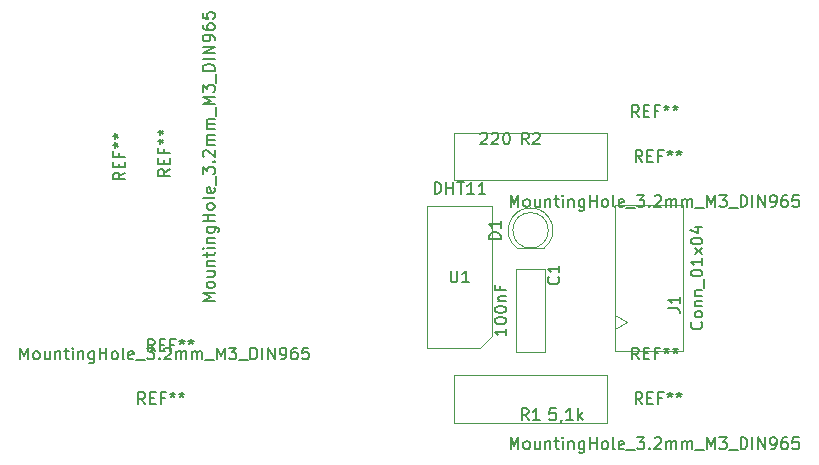
<source format=gbr>
G04 #@! TF.GenerationSoftware,KiCad,Pcbnew,5.1.10-88a1d61d58~90~ubuntu20.04.1*
G04 #@! TF.CreationDate,2022-01-16T21:05:33+00:00*
G04 #@! TF.ProjectId,hum_temp_sensor,68756d5f-7465-46d7-905f-73656e736f72,rev?*
G04 #@! TF.SameCoordinates,Original*
G04 #@! TF.FileFunction,Other,Fab,Top*
%FSLAX46Y46*%
G04 Gerber Fmt 4.6, Leading zero omitted, Abs format (unit mm)*
G04 Created by KiCad (PCBNEW 5.1.10-88a1d61d58~90~ubuntu20.04.1) date 2022-01-16 21:05:33*
%MOMM*%
%LPD*%
G01*
G04 APERTURE LIST*
%ADD10C,0.100000*%
%ADD11C,0.150000*%
G04 APERTURE END LIST*
D10*
X115750000Y-115190000D02*
X111250000Y-115190000D01*
X111250000Y-115190000D02*
X111250000Y-103190000D01*
X111250000Y-103190000D02*
X116750000Y-103190000D01*
X116750000Y-114190000D02*
X116750000Y-103190000D01*
X116750000Y-114190000D02*
X115750000Y-115190000D01*
X126500000Y-101000000D02*
X126500000Y-97000000D01*
X126500000Y-97000000D02*
X113500000Y-97000000D01*
X113500000Y-97000000D02*
X113500000Y-101000000D01*
X113500000Y-101000000D02*
X126500000Y-101000000D01*
X113500000Y-117500000D02*
X113500000Y-121500000D01*
X113500000Y-121500000D02*
X126500000Y-121500000D01*
X126500000Y-121500000D02*
X126500000Y-117500000D01*
X126500000Y-117500000D02*
X113500000Y-117500000D01*
X127150000Y-115450000D02*
X132900000Y-115450000D01*
X132900000Y-115450000D02*
X132900000Y-103050000D01*
X132900000Y-103050000D02*
X127150000Y-103050000D01*
X127150000Y-103050000D02*
X127150000Y-115450000D01*
X127150000Y-113625000D02*
X128150000Y-113000000D01*
X128150000Y-113000000D02*
X127150000Y-112375000D01*
X121500000Y-105230000D02*
G75*
G03*
X121500000Y-105230000I-1500000J0D01*
G01*
X118833810Y-106730000D02*
X121166190Y-106730000D01*
X121165476Y-106730555D02*
G75*
G03*
X118833810Y-106730000I-1165476J1500555D01*
G01*
X121250000Y-108500000D02*
X118750000Y-108500000D01*
X118750000Y-108500000D02*
X118750000Y-115500000D01*
X118750000Y-115500000D02*
X121250000Y-115500000D01*
X121250000Y-115500000D02*
X121250000Y-108500000D01*
D11*
X88166666Y-115452380D02*
X87833333Y-114976190D01*
X87595238Y-115452380D02*
X87595238Y-114452380D01*
X87976190Y-114452380D01*
X88071428Y-114500000D01*
X88119047Y-114547619D01*
X88166666Y-114642857D01*
X88166666Y-114785714D01*
X88119047Y-114880952D01*
X88071428Y-114928571D01*
X87976190Y-114976190D01*
X87595238Y-114976190D01*
X88595238Y-114928571D02*
X88928571Y-114928571D01*
X89071428Y-115452380D02*
X88595238Y-115452380D01*
X88595238Y-114452380D01*
X89071428Y-114452380D01*
X89833333Y-114928571D02*
X89500000Y-114928571D01*
X89500000Y-115452380D02*
X89500000Y-114452380D01*
X89976190Y-114452380D01*
X90500000Y-114452380D02*
X90500000Y-114690476D01*
X90261904Y-114595238D02*
X90500000Y-114690476D01*
X90738095Y-114595238D01*
X90357142Y-114880952D02*
X90500000Y-114690476D01*
X90642857Y-114880952D01*
X91261904Y-114452380D02*
X91261904Y-114690476D01*
X91023809Y-114595238D02*
X91261904Y-114690476D01*
X91500000Y-114595238D01*
X91119047Y-114880952D02*
X91261904Y-114690476D01*
X91404761Y-114880952D01*
X76809523Y-116152380D02*
X76809523Y-115152380D01*
X77142857Y-115866666D01*
X77476190Y-115152380D01*
X77476190Y-116152380D01*
X78095238Y-116152380D02*
X78000000Y-116104761D01*
X77952380Y-116057142D01*
X77904761Y-115961904D01*
X77904761Y-115676190D01*
X77952380Y-115580952D01*
X78000000Y-115533333D01*
X78095238Y-115485714D01*
X78238095Y-115485714D01*
X78333333Y-115533333D01*
X78380952Y-115580952D01*
X78428571Y-115676190D01*
X78428571Y-115961904D01*
X78380952Y-116057142D01*
X78333333Y-116104761D01*
X78238095Y-116152380D01*
X78095238Y-116152380D01*
X79285714Y-115485714D02*
X79285714Y-116152380D01*
X78857142Y-115485714D02*
X78857142Y-116009523D01*
X78904761Y-116104761D01*
X79000000Y-116152380D01*
X79142857Y-116152380D01*
X79238095Y-116104761D01*
X79285714Y-116057142D01*
X79761904Y-115485714D02*
X79761904Y-116152380D01*
X79761904Y-115580952D02*
X79809523Y-115533333D01*
X79904761Y-115485714D01*
X80047619Y-115485714D01*
X80142857Y-115533333D01*
X80190476Y-115628571D01*
X80190476Y-116152380D01*
X80523809Y-115485714D02*
X80904761Y-115485714D01*
X80666666Y-115152380D02*
X80666666Y-116009523D01*
X80714285Y-116104761D01*
X80809523Y-116152380D01*
X80904761Y-116152380D01*
X81238095Y-116152380D02*
X81238095Y-115485714D01*
X81238095Y-115152380D02*
X81190476Y-115200000D01*
X81238095Y-115247619D01*
X81285714Y-115200000D01*
X81238095Y-115152380D01*
X81238095Y-115247619D01*
X81714285Y-115485714D02*
X81714285Y-116152380D01*
X81714285Y-115580952D02*
X81761904Y-115533333D01*
X81857142Y-115485714D01*
X82000000Y-115485714D01*
X82095238Y-115533333D01*
X82142857Y-115628571D01*
X82142857Y-116152380D01*
X83047619Y-115485714D02*
X83047619Y-116295238D01*
X83000000Y-116390476D01*
X82952380Y-116438095D01*
X82857142Y-116485714D01*
X82714285Y-116485714D01*
X82619047Y-116438095D01*
X83047619Y-116104761D02*
X82952380Y-116152380D01*
X82761904Y-116152380D01*
X82666666Y-116104761D01*
X82619047Y-116057142D01*
X82571428Y-115961904D01*
X82571428Y-115676190D01*
X82619047Y-115580952D01*
X82666666Y-115533333D01*
X82761904Y-115485714D01*
X82952380Y-115485714D01*
X83047619Y-115533333D01*
X83523809Y-116152380D02*
X83523809Y-115152380D01*
X83523809Y-115628571D02*
X84095238Y-115628571D01*
X84095238Y-116152380D02*
X84095238Y-115152380D01*
X84714285Y-116152380D02*
X84619047Y-116104761D01*
X84571428Y-116057142D01*
X84523809Y-115961904D01*
X84523809Y-115676190D01*
X84571428Y-115580952D01*
X84619047Y-115533333D01*
X84714285Y-115485714D01*
X84857142Y-115485714D01*
X84952380Y-115533333D01*
X85000000Y-115580952D01*
X85047619Y-115676190D01*
X85047619Y-115961904D01*
X85000000Y-116057142D01*
X84952380Y-116104761D01*
X84857142Y-116152380D01*
X84714285Y-116152380D01*
X85619047Y-116152380D02*
X85523809Y-116104761D01*
X85476190Y-116009523D01*
X85476190Y-115152380D01*
X86380952Y-116104761D02*
X86285714Y-116152380D01*
X86095238Y-116152380D01*
X86000000Y-116104761D01*
X85952380Y-116009523D01*
X85952380Y-115628571D01*
X86000000Y-115533333D01*
X86095238Y-115485714D01*
X86285714Y-115485714D01*
X86380952Y-115533333D01*
X86428571Y-115628571D01*
X86428571Y-115723809D01*
X85952380Y-115819047D01*
X86619047Y-116247619D02*
X87380952Y-116247619D01*
X87523809Y-115152380D02*
X88142857Y-115152380D01*
X87809523Y-115533333D01*
X87952380Y-115533333D01*
X88047619Y-115580952D01*
X88095238Y-115628571D01*
X88142857Y-115723809D01*
X88142857Y-115961904D01*
X88095238Y-116057142D01*
X88047619Y-116104761D01*
X87952380Y-116152380D01*
X87666666Y-116152380D01*
X87571428Y-116104761D01*
X87523809Y-116057142D01*
X88571428Y-116057142D02*
X88619047Y-116104761D01*
X88571428Y-116152380D01*
X88523809Y-116104761D01*
X88571428Y-116057142D01*
X88571428Y-116152380D01*
X88999999Y-115247619D02*
X89047619Y-115200000D01*
X89142857Y-115152380D01*
X89380952Y-115152380D01*
X89476190Y-115200000D01*
X89523809Y-115247619D01*
X89571428Y-115342857D01*
X89571428Y-115438095D01*
X89523809Y-115580952D01*
X88952380Y-116152380D01*
X89571428Y-116152380D01*
X89999999Y-116152380D02*
X89999999Y-115485714D01*
X89999999Y-115580952D02*
X90047619Y-115533333D01*
X90142857Y-115485714D01*
X90285714Y-115485714D01*
X90380952Y-115533333D01*
X90428571Y-115628571D01*
X90428571Y-116152380D01*
X90428571Y-115628571D02*
X90476190Y-115533333D01*
X90571428Y-115485714D01*
X90714285Y-115485714D01*
X90809523Y-115533333D01*
X90857142Y-115628571D01*
X90857142Y-116152380D01*
X91333333Y-116152380D02*
X91333333Y-115485714D01*
X91333333Y-115580952D02*
X91380952Y-115533333D01*
X91476190Y-115485714D01*
X91619047Y-115485714D01*
X91714285Y-115533333D01*
X91761904Y-115628571D01*
X91761904Y-116152380D01*
X91761904Y-115628571D02*
X91809523Y-115533333D01*
X91904761Y-115485714D01*
X92047619Y-115485714D01*
X92142857Y-115533333D01*
X92190476Y-115628571D01*
X92190476Y-116152380D01*
X92428571Y-116247619D02*
X93190476Y-116247619D01*
X93428571Y-116152380D02*
X93428571Y-115152380D01*
X93761904Y-115866666D01*
X94095238Y-115152380D01*
X94095238Y-116152380D01*
X94476190Y-115152380D02*
X95095238Y-115152380D01*
X94761904Y-115533333D01*
X94904761Y-115533333D01*
X95000000Y-115580952D01*
X95047619Y-115628571D01*
X95095238Y-115723809D01*
X95095238Y-115961904D01*
X95047619Y-116057142D01*
X95000000Y-116104761D01*
X94904761Y-116152380D01*
X94619047Y-116152380D01*
X94523809Y-116104761D01*
X94476190Y-116057142D01*
X95285714Y-116247619D02*
X96047619Y-116247619D01*
X96285714Y-116152380D02*
X96285714Y-115152380D01*
X96523809Y-115152380D01*
X96666666Y-115200000D01*
X96761904Y-115295238D01*
X96809523Y-115390476D01*
X96857142Y-115580952D01*
X96857142Y-115723809D01*
X96809523Y-115914285D01*
X96761904Y-116009523D01*
X96666666Y-116104761D01*
X96523809Y-116152380D01*
X96285714Y-116152380D01*
X97285714Y-116152380D02*
X97285714Y-115152380D01*
X97761904Y-116152380D02*
X97761904Y-115152380D01*
X98333333Y-116152380D01*
X98333333Y-115152380D01*
X98857142Y-116152380D02*
X99047619Y-116152380D01*
X99142857Y-116104761D01*
X99190476Y-116057142D01*
X99285714Y-115914285D01*
X99333333Y-115723809D01*
X99333333Y-115342857D01*
X99285714Y-115247619D01*
X99238095Y-115200000D01*
X99142857Y-115152380D01*
X98952380Y-115152380D01*
X98857142Y-115200000D01*
X98809523Y-115247619D01*
X98761904Y-115342857D01*
X98761904Y-115580952D01*
X98809523Y-115676190D01*
X98857142Y-115723809D01*
X98952380Y-115771428D01*
X99142857Y-115771428D01*
X99238095Y-115723809D01*
X99285714Y-115676190D01*
X99333333Y-115580952D01*
X100190476Y-115152380D02*
X100000000Y-115152380D01*
X99904761Y-115200000D01*
X99857142Y-115247619D01*
X99761904Y-115390476D01*
X99714285Y-115580952D01*
X99714285Y-115961904D01*
X99761904Y-116057142D01*
X99809523Y-116104761D01*
X99904761Y-116152380D01*
X100095238Y-116152380D01*
X100190476Y-116104761D01*
X100238095Y-116057142D01*
X100285714Y-115961904D01*
X100285714Y-115723809D01*
X100238095Y-115628571D01*
X100190476Y-115580952D01*
X100095238Y-115533333D01*
X99904761Y-115533333D01*
X99809523Y-115580952D01*
X99761904Y-115628571D01*
X99714285Y-115723809D01*
X101190476Y-115152380D02*
X100714285Y-115152380D01*
X100666666Y-115628571D01*
X100714285Y-115580952D01*
X100809523Y-115533333D01*
X101047619Y-115533333D01*
X101142857Y-115580952D01*
X101190476Y-115628571D01*
X101238095Y-115723809D01*
X101238095Y-115961904D01*
X101190476Y-116057142D01*
X101142857Y-116104761D01*
X101047619Y-116152380D01*
X100809523Y-116152380D01*
X100714285Y-116104761D01*
X100666666Y-116057142D01*
X87366666Y-119952380D02*
X87033333Y-119476190D01*
X86795238Y-119952380D02*
X86795238Y-118952380D01*
X87176190Y-118952380D01*
X87271428Y-119000000D01*
X87319047Y-119047619D01*
X87366666Y-119142857D01*
X87366666Y-119285714D01*
X87319047Y-119380952D01*
X87271428Y-119428571D01*
X87176190Y-119476190D01*
X86795238Y-119476190D01*
X87795238Y-119428571D02*
X88128571Y-119428571D01*
X88271428Y-119952380D02*
X87795238Y-119952380D01*
X87795238Y-118952380D01*
X88271428Y-118952380D01*
X89033333Y-119428571D02*
X88700000Y-119428571D01*
X88700000Y-119952380D02*
X88700000Y-118952380D01*
X89176190Y-118952380D01*
X89700000Y-118952380D02*
X89700000Y-119190476D01*
X89461904Y-119095238D02*
X89700000Y-119190476D01*
X89938095Y-119095238D01*
X89557142Y-119380952D02*
X89700000Y-119190476D01*
X89842857Y-119380952D01*
X90461904Y-118952380D02*
X90461904Y-119190476D01*
X90223809Y-119095238D02*
X90461904Y-119190476D01*
X90700000Y-119095238D01*
X90319047Y-119380952D02*
X90461904Y-119190476D01*
X90604761Y-119380952D01*
X85652380Y-100333333D02*
X85176190Y-100666666D01*
X85652380Y-100904761D02*
X84652380Y-100904761D01*
X84652380Y-100523809D01*
X84700000Y-100428571D01*
X84747619Y-100380952D01*
X84842857Y-100333333D01*
X84985714Y-100333333D01*
X85080952Y-100380952D01*
X85128571Y-100428571D01*
X85176190Y-100523809D01*
X85176190Y-100904761D01*
X85128571Y-99904761D02*
X85128571Y-99571428D01*
X85652380Y-99428571D02*
X85652380Y-99904761D01*
X84652380Y-99904761D01*
X84652380Y-99428571D01*
X85128571Y-98666666D02*
X85128571Y-99000000D01*
X85652380Y-99000000D02*
X84652380Y-99000000D01*
X84652380Y-98523809D01*
X84652380Y-98000000D02*
X84890476Y-98000000D01*
X84795238Y-98238095D02*
X84890476Y-98000000D01*
X84795238Y-97761904D01*
X85080952Y-98142857D02*
X84890476Y-98000000D01*
X85080952Y-97857142D01*
X84652380Y-97238095D02*
X84890476Y-97238095D01*
X84795238Y-97476190D02*
X84890476Y-97238095D01*
X84795238Y-97000000D01*
X85080952Y-97380952D02*
X84890476Y-97238095D01*
X85080952Y-97095238D01*
X93252380Y-111190476D02*
X92252380Y-111190476D01*
X92966666Y-110857142D01*
X92252380Y-110523809D01*
X93252380Y-110523809D01*
X93252380Y-109904761D02*
X93204761Y-110000000D01*
X93157142Y-110047619D01*
X93061904Y-110095238D01*
X92776190Y-110095238D01*
X92680952Y-110047619D01*
X92633333Y-110000000D01*
X92585714Y-109904761D01*
X92585714Y-109761904D01*
X92633333Y-109666666D01*
X92680952Y-109619047D01*
X92776190Y-109571428D01*
X93061904Y-109571428D01*
X93157142Y-109619047D01*
X93204761Y-109666666D01*
X93252380Y-109761904D01*
X93252380Y-109904761D01*
X92585714Y-108714285D02*
X93252380Y-108714285D01*
X92585714Y-109142857D02*
X93109523Y-109142857D01*
X93204761Y-109095238D01*
X93252380Y-109000000D01*
X93252380Y-108857142D01*
X93204761Y-108761904D01*
X93157142Y-108714285D01*
X92585714Y-108238095D02*
X93252380Y-108238095D01*
X92680952Y-108238095D02*
X92633333Y-108190476D01*
X92585714Y-108095238D01*
X92585714Y-107952380D01*
X92633333Y-107857142D01*
X92728571Y-107809523D01*
X93252380Y-107809523D01*
X92585714Y-107476190D02*
X92585714Y-107095238D01*
X92252380Y-107333333D02*
X93109523Y-107333333D01*
X93204761Y-107285714D01*
X93252380Y-107190476D01*
X93252380Y-107095238D01*
X93252380Y-106761904D02*
X92585714Y-106761904D01*
X92252380Y-106761904D02*
X92300000Y-106809523D01*
X92347619Y-106761904D01*
X92300000Y-106714285D01*
X92252380Y-106761904D01*
X92347619Y-106761904D01*
X92585714Y-106285714D02*
X93252380Y-106285714D01*
X92680952Y-106285714D02*
X92633333Y-106238095D01*
X92585714Y-106142857D01*
X92585714Y-106000000D01*
X92633333Y-105904761D01*
X92728571Y-105857142D01*
X93252380Y-105857142D01*
X92585714Y-104952380D02*
X93395238Y-104952380D01*
X93490476Y-105000000D01*
X93538095Y-105047619D01*
X93585714Y-105142857D01*
X93585714Y-105285714D01*
X93538095Y-105380952D01*
X93204761Y-104952380D02*
X93252380Y-105047619D01*
X93252380Y-105238095D01*
X93204761Y-105333333D01*
X93157142Y-105380952D01*
X93061904Y-105428571D01*
X92776190Y-105428571D01*
X92680952Y-105380952D01*
X92633333Y-105333333D01*
X92585714Y-105238095D01*
X92585714Y-105047619D01*
X92633333Y-104952380D01*
X93252380Y-104476190D02*
X92252380Y-104476190D01*
X92728571Y-104476190D02*
X92728571Y-103904761D01*
X93252380Y-103904761D02*
X92252380Y-103904761D01*
X93252380Y-103285714D02*
X93204761Y-103380952D01*
X93157142Y-103428571D01*
X93061904Y-103476190D01*
X92776190Y-103476190D01*
X92680952Y-103428571D01*
X92633333Y-103380952D01*
X92585714Y-103285714D01*
X92585714Y-103142857D01*
X92633333Y-103047619D01*
X92680952Y-103000000D01*
X92776190Y-102952380D01*
X93061904Y-102952380D01*
X93157142Y-103000000D01*
X93204761Y-103047619D01*
X93252380Y-103142857D01*
X93252380Y-103285714D01*
X93252380Y-102380952D02*
X93204761Y-102476190D01*
X93109523Y-102523809D01*
X92252380Y-102523809D01*
X93204761Y-101619047D02*
X93252380Y-101714285D01*
X93252380Y-101904761D01*
X93204761Y-102000000D01*
X93109523Y-102047619D01*
X92728571Y-102047619D01*
X92633333Y-102000000D01*
X92585714Y-101904761D01*
X92585714Y-101714285D01*
X92633333Y-101619047D01*
X92728571Y-101571428D01*
X92823809Y-101571428D01*
X92919047Y-102047619D01*
X93347619Y-101380952D02*
X93347619Y-100619047D01*
X92252380Y-100476190D02*
X92252380Y-99857142D01*
X92633333Y-100190476D01*
X92633333Y-100047619D01*
X92680952Y-99952380D01*
X92728571Y-99904761D01*
X92823809Y-99857142D01*
X93061904Y-99857142D01*
X93157142Y-99904761D01*
X93204761Y-99952380D01*
X93252380Y-100047619D01*
X93252380Y-100333333D01*
X93204761Y-100428571D01*
X93157142Y-100476190D01*
X93157142Y-99428571D02*
X93204761Y-99380952D01*
X93252380Y-99428571D01*
X93204761Y-99476190D01*
X93157142Y-99428571D01*
X93252380Y-99428571D01*
X92347619Y-99000000D02*
X92300000Y-98952380D01*
X92252380Y-98857142D01*
X92252380Y-98619047D01*
X92300000Y-98523809D01*
X92347619Y-98476190D01*
X92442857Y-98428571D01*
X92538095Y-98428571D01*
X92680952Y-98476190D01*
X93252380Y-99047619D01*
X93252380Y-98428571D01*
X93252380Y-98000000D02*
X92585714Y-98000000D01*
X92680952Y-98000000D02*
X92633333Y-97952380D01*
X92585714Y-97857142D01*
X92585714Y-97714285D01*
X92633333Y-97619047D01*
X92728571Y-97571428D01*
X93252380Y-97571428D01*
X92728571Y-97571428D02*
X92633333Y-97523809D01*
X92585714Y-97428571D01*
X92585714Y-97285714D01*
X92633333Y-97190476D01*
X92728571Y-97142857D01*
X93252380Y-97142857D01*
X93252380Y-96666666D02*
X92585714Y-96666666D01*
X92680952Y-96666666D02*
X92633333Y-96619047D01*
X92585714Y-96523809D01*
X92585714Y-96380952D01*
X92633333Y-96285714D01*
X92728571Y-96238095D01*
X93252380Y-96238095D01*
X92728571Y-96238095D02*
X92633333Y-96190476D01*
X92585714Y-96095238D01*
X92585714Y-95952380D01*
X92633333Y-95857142D01*
X92728571Y-95809523D01*
X93252380Y-95809523D01*
X93347619Y-95571428D02*
X93347619Y-94809523D01*
X93252380Y-94571428D02*
X92252380Y-94571428D01*
X92966666Y-94238095D01*
X92252380Y-93904761D01*
X93252380Y-93904761D01*
X92252380Y-93523809D02*
X92252380Y-92904761D01*
X92633333Y-93238095D01*
X92633333Y-93095238D01*
X92680952Y-93000000D01*
X92728571Y-92952380D01*
X92823809Y-92904761D01*
X93061904Y-92904761D01*
X93157142Y-92952380D01*
X93204761Y-93000000D01*
X93252380Y-93095238D01*
X93252380Y-93380952D01*
X93204761Y-93476190D01*
X93157142Y-93523809D01*
X93347619Y-92714285D02*
X93347619Y-91952380D01*
X93252380Y-91714285D02*
X92252380Y-91714285D01*
X92252380Y-91476190D01*
X92300000Y-91333333D01*
X92395238Y-91238095D01*
X92490476Y-91190476D01*
X92680952Y-91142857D01*
X92823809Y-91142857D01*
X93014285Y-91190476D01*
X93109523Y-91238095D01*
X93204761Y-91333333D01*
X93252380Y-91476190D01*
X93252380Y-91714285D01*
X93252380Y-90714285D02*
X92252380Y-90714285D01*
X93252380Y-90238095D02*
X92252380Y-90238095D01*
X93252380Y-89666666D01*
X92252380Y-89666666D01*
X93252380Y-89142857D02*
X93252380Y-88952380D01*
X93204761Y-88857142D01*
X93157142Y-88809523D01*
X93014285Y-88714285D01*
X92823809Y-88666666D01*
X92442857Y-88666666D01*
X92347619Y-88714285D01*
X92300000Y-88761904D01*
X92252380Y-88857142D01*
X92252380Y-89047619D01*
X92300000Y-89142857D01*
X92347619Y-89190476D01*
X92442857Y-89238095D01*
X92680952Y-89238095D01*
X92776190Y-89190476D01*
X92823809Y-89142857D01*
X92871428Y-89047619D01*
X92871428Y-88857142D01*
X92823809Y-88761904D01*
X92776190Y-88714285D01*
X92680952Y-88666666D01*
X92252380Y-87809523D02*
X92252380Y-88000000D01*
X92300000Y-88095238D01*
X92347619Y-88142857D01*
X92490476Y-88238095D01*
X92680952Y-88285714D01*
X93061904Y-88285714D01*
X93157142Y-88238095D01*
X93204761Y-88190476D01*
X93252380Y-88095238D01*
X93252380Y-87904761D01*
X93204761Y-87809523D01*
X93157142Y-87761904D01*
X93061904Y-87714285D01*
X92823809Y-87714285D01*
X92728571Y-87761904D01*
X92680952Y-87809523D01*
X92633333Y-87904761D01*
X92633333Y-88095238D01*
X92680952Y-88190476D01*
X92728571Y-88238095D01*
X92823809Y-88285714D01*
X92252380Y-86809523D02*
X92252380Y-87285714D01*
X92728571Y-87333333D01*
X92680952Y-87285714D01*
X92633333Y-87190476D01*
X92633333Y-86952380D01*
X92680952Y-86857142D01*
X92728571Y-86809523D01*
X92823809Y-86761904D01*
X93061904Y-86761904D01*
X93157142Y-86809523D01*
X93204761Y-86857142D01*
X93252380Y-86952380D01*
X93252380Y-87190476D01*
X93204761Y-87285714D01*
X93157142Y-87333333D01*
X89452380Y-100033333D02*
X88976190Y-100366666D01*
X89452380Y-100604761D02*
X88452380Y-100604761D01*
X88452380Y-100223809D01*
X88500000Y-100128571D01*
X88547619Y-100080952D01*
X88642857Y-100033333D01*
X88785714Y-100033333D01*
X88880952Y-100080952D01*
X88928571Y-100128571D01*
X88976190Y-100223809D01*
X88976190Y-100604761D01*
X88928571Y-99604761D02*
X88928571Y-99271428D01*
X89452380Y-99128571D02*
X89452380Y-99604761D01*
X88452380Y-99604761D01*
X88452380Y-99128571D01*
X88928571Y-98366666D02*
X88928571Y-98700000D01*
X89452380Y-98700000D02*
X88452380Y-98700000D01*
X88452380Y-98223809D01*
X88452380Y-97700000D02*
X88690476Y-97700000D01*
X88595238Y-97938095D02*
X88690476Y-97700000D01*
X88595238Y-97461904D01*
X88880952Y-97842857D02*
X88690476Y-97700000D01*
X88880952Y-97557142D01*
X88452380Y-96938095D02*
X88690476Y-96938095D01*
X88595238Y-97176190D02*
X88690476Y-96938095D01*
X88595238Y-96700000D01*
X88880952Y-97080952D02*
X88690476Y-96938095D01*
X88880952Y-96795238D01*
X129166666Y-116152380D02*
X128833333Y-115676190D01*
X128595238Y-116152380D02*
X128595238Y-115152380D01*
X128976190Y-115152380D01*
X129071428Y-115200000D01*
X129119047Y-115247619D01*
X129166666Y-115342857D01*
X129166666Y-115485714D01*
X129119047Y-115580952D01*
X129071428Y-115628571D01*
X128976190Y-115676190D01*
X128595238Y-115676190D01*
X129595238Y-115628571D02*
X129928571Y-115628571D01*
X130071428Y-116152380D02*
X129595238Y-116152380D01*
X129595238Y-115152380D01*
X130071428Y-115152380D01*
X130833333Y-115628571D02*
X130500000Y-115628571D01*
X130500000Y-116152380D02*
X130500000Y-115152380D01*
X130976190Y-115152380D01*
X131500000Y-115152380D02*
X131500000Y-115390476D01*
X131261904Y-115295238D02*
X131500000Y-115390476D01*
X131738095Y-115295238D01*
X131357142Y-115580952D02*
X131500000Y-115390476D01*
X131642857Y-115580952D01*
X132261904Y-115152380D02*
X132261904Y-115390476D01*
X132023809Y-115295238D02*
X132261904Y-115390476D01*
X132500000Y-115295238D01*
X132119047Y-115580952D02*
X132261904Y-115390476D01*
X132404761Y-115580952D01*
X118309523Y-123752380D02*
X118309523Y-122752380D01*
X118642857Y-123466666D01*
X118976190Y-122752380D01*
X118976190Y-123752380D01*
X119595238Y-123752380D02*
X119500000Y-123704761D01*
X119452380Y-123657142D01*
X119404761Y-123561904D01*
X119404761Y-123276190D01*
X119452380Y-123180952D01*
X119500000Y-123133333D01*
X119595238Y-123085714D01*
X119738095Y-123085714D01*
X119833333Y-123133333D01*
X119880952Y-123180952D01*
X119928571Y-123276190D01*
X119928571Y-123561904D01*
X119880952Y-123657142D01*
X119833333Y-123704761D01*
X119738095Y-123752380D01*
X119595238Y-123752380D01*
X120785714Y-123085714D02*
X120785714Y-123752380D01*
X120357142Y-123085714D02*
X120357142Y-123609523D01*
X120404761Y-123704761D01*
X120500000Y-123752380D01*
X120642857Y-123752380D01*
X120738095Y-123704761D01*
X120785714Y-123657142D01*
X121261904Y-123085714D02*
X121261904Y-123752380D01*
X121261904Y-123180952D02*
X121309523Y-123133333D01*
X121404761Y-123085714D01*
X121547619Y-123085714D01*
X121642857Y-123133333D01*
X121690476Y-123228571D01*
X121690476Y-123752380D01*
X122023809Y-123085714D02*
X122404761Y-123085714D01*
X122166666Y-122752380D02*
X122166666Y-123609523D01*
X122214285Y-123704761D01*
X122309523Y-123752380D01*
X122404761Y-123752380D01*
X122738095Y-123752380D02*
X122738095Y-123085714D01*
X122738095Y-122752380D02*
X122690476Y-122800000D01*
X122738095Y-122847619D01*
X122785714Y-122800000D01*
X122738095Y-122752380D01*
X122738095Y-122847619D01*
X123214285Y-123085714D02*
X123214285Y-123752380D01*
X123214285Y-123180952D02*
X123261904Y-123133333D01*
X123357142Y-123085714D01*
X123500000Y-123085714D01*
X123595238Y-123133333D01*
X123642857Y-123228571D01*
X123642857Y-123752380D01*
X124547619Y-123085714D02*
X124547619Y-123895238D01*
X124500000Y-123990476D01*
X124452380Y-124038095D01*
X124357142Y-124085714D01*
X124214285Y-124085714D01*
X124119047Y-124038095D01*
X124547619Y-123704761D02*
X124452380Y-123752380D01*
X124261904Y-123752380D01*
X124166666Y-123704761D01*
X124119047Y-123657142D01*
X124071428Y-123561904D01*
X124071428Y-123276190D01*
X124119047Y-123180952D01*
X124166666Y-123133333D01*
X124261904Y-123085714D01*
X124452380Y-123085714D01*
X124547619Y-123133333D01*
X125023809Y-123752380D02*
X125023809Y-122752380D01*
X125023809Y-123228571D02*
X125595238Y-123228571D01*
X125595238Y-123752380D02*
X125595238Y-122752380D01*
X126214285Y-123752380D02*
X126119047Y-123704761D01*
X126071428Y-123657142D01*
X126023809Y-123561904D01*
X126023809Y-123276190D01*
X126071428Y-123180952D01*
X126119047Y-123133333D01*
X126214285Y-123085714D01*
X126357142Y-123085714D01*
X126452380Y-123133333D01*
X126500000Y-123180952D01*
X126547619Y-123276190D01*
X126547619Y-123561904D01*
X126500000Y-123657142D01*
X126452380Y-123704761D01*
X126357142Y-123752380D01*
X126214285Y-123752380D01*
X127119047Y-123752380D02*
X127023809Y-123704761D01*
X126976190Y-123609523D01*
X126976190Y-122752380D01*
X127880952Y-123704761D02*
X127785714Y-123752380D01*
X127595238Y-123752380D01*
X127500000Y-123704761D01*
X127452380Y-123609523D01*
X127452380Y-123228571D01*
X127500000Y-123133333D01*
X127595238Y-123085714D01*
X127785714Y-123085714D01*
X127880952Y-123133333D01*
X127928571Y-123228571D01*
X127928571Y-123323809D01*
X127452380Y-123419047D01*
X128119047Y-123847619D02*
X128880952Y-123847619D01*
X129023809Y-122752380D02*
X129642857Y-122752380D01*
X129309523Y-123133333D01*
X129452380Y-123133333D01*
X129547619Y-123180952D01*
X129595238Y-123228571D01*
X129642857Y-123323809D01*
X129642857Y-123561904D01*
X129595238Y-123657142D01*
X129547619Y-123704761D01*
X129452380Y-123752380D01*
X129166666Y-123752380D01*
X129071428Y-123704761D01*
X129023809Y-123657142D01*
X130071428Y-123657142D02*
X130119047Y-123704761D01*
X130071428Y-123752380D01*
X130023809Y-123704761D01*
X130071428Y-123657142D01*
X130071428Y-123752380D01*
X130499999Y-122847619D02*
X130547619Y-122800000D01*
X130642857Y-122752380D01*
X130880952Y-122752380D01*
X130976190Y-122800000D01*
X131023809Y-122847619D01*
X131071428Y-122942857D01*
X131071428Y-123038095D01*
X131023809Y-123180952D01*
X130452380Y-123752380D01*
X131071428Y-123752380D01*
X131499999Y-123752380D02*
X131499999Y-123085714D01*
X131499999Y-123180952D02*
X131547619Y-123133333D01*
X131642857Y-123085714D01*
X131785714Y-123085714D01*
X131880952Y-123133333D01*
X131928571Y-123228571D01*
X131928571Y-123752380D01*
X131928571Y-123228571D02*
X131976190Y-123133333D01*
X132071428Y-123085714D01*
X132214285Y-123085714D01*
X132309523Y-123133333D01*
X132357142Y-123228571D01*
X132357142Y-123752380D01*
X132833333Y-123752380D02*
X132833333Y-123085714D01*
X132833333Y-123180952D02*
X132880952Y-123133333D01*
X132976190Y-123085714D01*
X133119047Y-123085714D01*
X133214285Y-123133333D01*
X133261904Y-123228571D01*
X133261904Y-123752380D01*
X133261904Y-123228571D02*
X133309523Y-123133333D01*
X133404761Y-123085714D01*
X133547619Y-123085714D01*
X133642857Y-123133333D01*
X133690476Y-123228571D01*
X133690476Y-123752380D01*
X133928571Y-123847619D02*
X134690476Y-123847619D01*
X134928571Y-123752380D02*
X134928571Y-122752380D01*
X135261904Y-123466666D01*
X135595238Y-122752380D01*
X135595238Y-123752380D01*
X135976190Y-122752380D02*
X136595238Y-122752380D01*
X136261904Y-123133333D01*
X136404761Y-123133333D01*
X136500000Y-123180952D01*
X136547619Y-123228571D01*
X136595238Y-123323809D01*
X136595238Y-123561904D01*
X136547619Y-123657142D01*
X136500000Y-123704761D01*
X136404761Y-123752380D01*
X136119047Y-123752380D01*
X136023809Y-123704761D01*
X135976190Y-123657142D01*
X136785714Y-123847619D02*
X137547619Y-123847619D01*
X137785714Y-123752380D02*
X137785714Y-122752380D01*
X138023809Y-122752380D01*
X138166666Y-122800000D01*
X138261904Y-122895238D01*
X138309523Y-122990476D01*
X138357142Y-123180952D01*
X138357142Y-123323809D01*
X138309523Y-123514285D01*
X138261904Y-123609523D01*
X138166666Y-123704761D01*
X138023809Y-123752380D01*
X137785714Y-123752380D01*
X138785714Y-123752380D02*
X138785714Y-122752380D01*
X139261904Y-123752380D02*
X139261904Y-122752380D01*
X139833333Y-123752380D01*
X139833333Y-122752380D01*
X140357142Y-123752380D02*
X140547619Y-123752380D01*
X140642857Y-123704761D01*
X140690476Y-123657142D01*
X140785714Y-123514285D01*
X140833333Y-123323809D01*
X140833333Y-122942857D01*
X140785714Y-122847619D01*
X140738095Y-122800000D01*
X140642857Y-122752380D01*
X140452380Y-122752380D01*
X140357142Y-122800000D01*
X140309523Y-122847619D01*
X140261904Y-122942857D01*
X140261904Y-123180952D01*
X140309523Y-123276190D01*
X140357142Y-123323809D01*
X140452380Y-123371428D01*
X140642857Y-123371428D01*
X140738095Y-123323809D01*
X140785714Y-123276190D01*
X140833333Y-123180952D01*
X141690476Y-122752380D02*
X141500000Y-122752380D01*
X141404761Y-122800000D01*
X141357142Y-122847619D01*
X141261904Y-122990476D01*
X141214285Y-123180952D01*
X141214285Y-123561904D01*
X141261904Y-123657142D01*
X141309523Y-123704761D01*
X141404761Y-123752380D01*
X141595238Y-123752380D01*
X141690476Y-123704761D01*
X141738095Y-123657142D01*
X141785714Y-123561904D01*
X141785714Y-123323809D01*
X141738095Y-123228571D01*
X141690476Y-123180952D01*
X141595238Y-123133333D01*
X141404761Y-123133333D01*
X141309523Y-123180952D01*
X141261904Y-123228571D01*
X141214285Y-123323809D01*
X142690476Y-122752380D02*
X142214285Y-122752380D01*
X142166666Y-123228571D01*
X142214285Y-123180952D01*
X142309523Y-123133333D01*
X142547619Y-123133333D01*
X142642857Y-123180952D01*
X142690476Y-123228571D01*
X142738095Y-123323809D01*
X142738095Y-123561904D01*
X142690476Y-123657142D01*
X142642857Y-123704761D01*
X142547619Y-123752380D01*
X142309523Y-123752380D01*
X142214285Y-123704761D01*
X142166666Y-123657142D01*
X129466666Y-119952380D02*
X129133333Y-119476190D01*
X128895238Y-119952380D02*
X128895238Y-118952380D01*
X129276190Y-118952380D01*
X129371428Y-119000000D01*
X129419047Y-119047619D01*
X129466666Y-119142857D01*
X129466666Y-119285714D01*
X129419047Y-119380952D01*
X129371428Y-119428571D01*
X129276190Y-119476190D01*
X128895238Y-119476190D01*
X129895238Y-119428571D02*
X130228571Y-119428571D01*
X130371428Y-119952380D02*
X129895238Y-119952380D01*
X129895238Y-118952380D01*
X130371428Y-118952380D01*
X131133333Y-119428571D02*
X130800000Y-119428571D01*
X130800000Y-119952380D02*
X130800000Y-118952380D01*
X131276190Y-118952380D01*
X131800000Y-118952380D02*
X131800000Y-119190476D01*
X131561904Y-119095238D02*
X131800000Y-119190476D01*
X132038095Y-119095238D01*
X131657142Y-119380952D02*
X131800000Y-119190476D01*
X131942857Y-119380952D01*
X132561904Y-118952380D02*
X132561904Y-119190476D01*
X132323809Y-119095238D02*
X132561904Y-119190476D01*
X132800000Y-119095238D01*
X132419047Y-119380952D02*
X132561904Y-119190476D01*
X132704761Y-119380952D01*
X129166666Y-95652380D02*
X128833333Y-95176190D01*
X128595238Y-95652380D02*
X128595238Y-94652380D01*
X128976190Y-94652380D01*
X129071428Y-94700000D01*
X129119047Y-94747619D01*
X129166666Y-94842857D01*
X129166666Y-94985714D01*
X129119047Y-95080952D01*
X129071428Y-95128571D01*
X128976190Y-95176190D01*
X128595238Y-95176190D01*
X129595238Y-95128571D02*
X129928571Y-95128571D01*
X130071428Y-95652380D02*
X129595238Y-95652380D01*
X129595238Y-94652380D01*
X130071428Y-94652380D01*
X130833333Y-95128571D02*
X130500000Y-95128571D01*
X130500000Y-95652380D02*
X130500000Y-94652380D01*
X130976190Y-94652380D01*
X131500000Y-94652380D02*
X131500000Y-94890476D01*
X131261904Y-94795238D02*
X131500000Y-94890476D01*
X131738095Y-94795238D01*
X131357142Y-95080952D02*
X131500000Y-94890476D01*
X131642857Y-95080952D01*
X132261904Y-94652380D02*
X132261904Y-94890476D01*
X132023809Y-94795238D02*
X132261904Y-94890476D01*
X132500000Y-94795238D01*
X132119047Y-95080952D02*
X132261904Y-94890476D01*
X132404761Y-95080952D01*
X118309523Y-103252380D02*
X118309523Y-102252380D01*
X118642857Y-102966666D01*
X118976190Y-102252380D01*
X118976190Y-103252380D01*
X119595238Y-103252380D02*
X119500000Y-103204761D01*
X119452380Y-103157142D01*
X119404761Y-103061904D01*
X119404761Y-102776190D01*
X119452380Y-102680952D01*
X119500000Y-102633333D01*
X119595238Y-102585714D01*
X119738095Y-102585714D01*
X119833333Y-102633333D01*
X119880952Y-102680952D01*
X119928571Y-102776190D01*
X119928571Y-103061904D01*
X119880952Y-103157142D01*
X119833333Y-103204761D01*
X119738095Y-103252380D01*
X119595238Y-103252380D01*
X120785714Y-102585714D02*
X120785714Y-103252380D01*
X120357142Y-102585714D02*
X120357142Y-103109523D01*
X120404761Y-103204761D01*
X120500000Y-103252380D01*
X120642857Y-103252380D01*
X120738095Y-103204761D01*
X120785714Y-103157142D01*
X121261904Y-102585714D02*
X121261904Y-103252380D01*
X121261904Y-102680952D02*
X121309523Y-102633333D01*
X121404761Y-102585714D01*
X121547619Y-102585714D01*
X121642857Y-102633333D01*
X121690476Y-102728571D01*
X121690476Y-103252380D01*
X122023809Y-102585714D02*
X122404761Y-102585714D01*
X122166666Y-102252380D02*
X122166666Y-103109523D01*
X122214285Y-103204761D01*
X122309523Y-103252380D01*
X122404761Y-103252380D01*
X122738095Y-103252380D02*
X122738095Y-102585714D01*
X122738095Y-102252380D02*
X122690476Y-102300000D01*
X122738095Y-102347619D01*
X122785714Y-102300000D01*
X122738095Y-102252380D01*
X122738095Y-102347619D01*
X123214285Y-102585714D02*
X123214285Y-103252380D01*
X123214285Y-102680952D02*
X123261904Y-102633333D01*
X123357142Y-102585714D01*
X123500000Y-102585714D01*
X123595238Y-102633333D01*
X123642857Y-102728571D01*
X123642857Y-103252380D01*
X124547619Y-102585714D02*
X124547619Y-103395238D01*
X124500000Y-103490476D01*
X124452380Y-103538095D01*
X124357142Y-103585714D01*
X124214285Y-103585714D01*
X124119047Y-103538095D01*
X124547619Y-103204761D02*
X124452380Y-103252380D01*
X124261904Y-103252380D01*
X124166666Y-103204761D01*
X124119047Y-103157142D01*
X124071428Y-103061904D01*
X124071428Y-102776190D01*
X124119047Y-102680952D01*
X124166666Y-102633333D01*
X124261904Y-102585714D01*
X124452380Y-102585714D01*
X124547619Y-102633333D01*
X125023809Y-103252380D02*
X125023809Y-102252380D01*
X125023809Y-102728571D02*
X125595238Y-102728571D01*
X125595238Y-103252380D02*
X125595238Y-102252380D01*
X126214285Y-103252380D02*
X126119047Y-103204761D01*
X126071428Y-103157142D01*
X126023809Y-103061904D01*
X126023809Y-102776190D01*
X126071428Y-102680952D01*
X126119047Y-102633333D01*
X126214285Y-102585714D01*
X126357142Y-102585714D01*
X126452380Y-102633333D01*
X126500000Y-102680952D01*
X126547619Y-102776190D01*
X126547619Y-103061904D01*
X126500000Y-103157142D01*
X126452380Y-103204761D01*
X126357142Y-103252380D01*
X126214285Y-103252380D01*
X127119047Y-103252380D02*
X127023809Y-103204761D01*
X126976190Y-103109523D01*
X126976190Y-102252380D01*
X127880952Y-103204761D02*
X127785714Y-103252380D01*
X127595238Y-103252380D01*
X127500000Y-103204761D01*
X127452380Y-103109523D01*
X127452380Y-102728571D01*
X127500000Y-102633333D01*
X127595238Y-102585714D01*
X127785714Y-102585714D01*
X127880952Y-102633333D01*
X127928571Y-102728571D01*
X127928571Y-102823809D01*
X127452380Y-102919047D01*
X128119047Y-103347619D02*
X128880952Y-103347619D01*
X129023809Y-102252380D02*
X129642857Y-102252380D01*
X129309523Y-102633333D01*
X129452380Y-102633333D01*
X129547619Y-102680952D01*
X129595238Y-102728571D01*
X129642857Y-102823809D01*
X129642857Y-103061904D01*
X129595238Y-103157142D01*
X129547619Y-103204761D01*
X129452380Y-103252380D01*
X129166666Y-103252380D01*
X129071428Y-103204761D01*
X129023809Y-103157142D01*
X130071428Y-103157142D02*
X130119047Y-103204761D01*
X130071428Y-103252380D01*
X130023809Y-103204761D01*
X130071428Y-103157142D01*
X130071428Y-103252380D01*
X130499999Y-102347619D02*
X130547619Y-102300000D01*
X130642857Y-102252380D01*
X130880952Y-102252380D01*
X130976190Y-102300000D01*
X131023809Y-102347619D01*
X131071428Y-102442857D01*
X131071428Y-102538095D01*
X131023809Y-102680952D01*
X130452380Y-103252380D01*
X131071428Y-103252380D01*
X131499999Y-103252380D02*
X131499999Y-102585714D01*
X131499999Y-102680952D02*
X131547619Y-102633333D01*
X131642857Y-102585714D01*
X131785714Y-102585714D01*
X131880952Y-102633333D01*
X131928571Y-102728571D01*
X131928571Y-103252380D01*
X131928571Y-102728571D02*
X131976190Y-102633333D01*
X132071428Y-102585714D01*
X132214285Y-102585714D01*
X132309523Y-102633333D01*
X132357142Y-102728571D01*
X132357142Y-103252380D01*
X132833333Y-103252380D02*
X132833333Y-102585714D01*
X132833333Y-102680952D02*
X132880952Y-102633333D01*
X132976190Y-102585714D01*
X133119047Y-102585714D01*
X133214285Y-102633333D01*
X133261904Y-102728571D01*
X133261904Y-103252380D01*
X133261904Y-102728571D02*
X133309523Y-102633333D01*
X133404761Y-102585714D01*
X133547619Y-102585714D01*
X133642857Y-102633333D01*
X133690476Y-102728571D01*
X133690476Y-103252380D01*
X133928571Y-103347619D02*
X134690476Y-103347619D01*
X134928571Y-103252380D02*
X134928571Y-102252380D01*
X135261904Y-102966666D01*
X135595238Y-102252380D01*
X135595238Y-103252380D01*
X135976190Y-102252380D02*
X136595238Y-102252380D01*
X136261904Y-102633333D01*
X136404761Y-102633333D01*
X136500000Y-102680952D01*
X136547619Y-102728571D01*
X136595238Y-102823809D01*
X136595238Y-103061904D01*
X136547619Y-103157142D01*
X136500000Y-103204761D01*
X136404761Y-103252380D01*
X136119047Y-103252380D01*
X136023809Y-103204761D01*
X135976190Y-103157142D01*
X136785714Y-103347619D02*
X137547619Y-103347619D01*
X137785714Y-103252380D02*
X137785714Y-102252380D01*
X138023809Y-102252380D01*
X138166666Y-102300000D01*
X138261904Y-102395238D01*
X138309523Y-102490476D01*
X138357142Y-102680952D01*
X138357142Y-102823809D01*
X138309523Y-103014285D01*
X138261904Y-103109523D01*
X138166666Y-103204761D01*
X138023809Y-103252380D01*
X137785714Y-103252380D01*
X138785714Y-103252380D02*
X138785714Y-102252380D01*
X139261904Y-103252380D02*
X139261904Y-102252380D01*
X139833333Y-103252380D01*
X139833333Y-102252380D01*
X140357142Y-103252380D02*
X140547619Y-103252380D01*
X140642857Y-103204761D01*
X140690476Y-103157142D01*
X140785714Y-103014285D01*
X140833333Y-102823809D01*
X140833333Y-102442857D01*
X140785714Y-102347619D01*
X140738095Y-102300000D01*
X140642857Y-102252380D01*
X140452380Y-102252380D01*
X140357142Y-102300000D01*
X140309523Y-102347619D01*
X140261904Y-102442857D01*
X140261904Y-102680952D01*
X140309523Y-102776190D01*
X140357142Y-102823809D01*
X140452380Y-102871428D01*
X140642857Y-102871428D01*
X140738095Y-102823809D01*
X140785714Y-102776190D01*
X140833333Y-102680952D01*
X141690476Y-102252380D02*
X141500000Y-102252380D01*
X141404761Y-102300000D01*
X141357142Y-102347619D01*
X141261904Y-102490476D01*
X141214285Y-102680952D01*
X141214285Y-103061904D01*
X141261904Y-103157142D01*
X141309523Y-103204761D01*
X141404761Y-103252380D01*
X141595238Y-103252380D01*
X141690476Y-103204761D01*
X141738095Y-103157142D01*
X141785714Y-103061904D01*
X141785714Y-102823809D01*
X141738095Y-102728571D01*
X141690476Y-102680952D01*
X141595238Y-102633333D01*
X141404761Y-102633333D01*
X141309523Y-102680952D01*
X141261904Y-102728571D01*
X141214285Y-102823809D01*
X142690476Y-102252380D02*
X142214285Y-102252380D01*
X142166666Y-102728571D01*
X142214285Y-102680952D01*
X142309523Y-102633333D01*
X142547619Y-102633333D01*
X142642857Y-102680952D01*
X142690476Y-102728571D01*
X142738095Y-102823809D01*
X142738095Y-103061904D01*
X142690476Y-103157142D01*
X142642857Y-103204761D01*
X142547619Y-103252380D01*
X142309523Y-103252380D01*
X142214285Y-103204761D01*
X142166666Y-103157142D01*
X129466666Y-99452380D02*
X129133333Y-98976190D01*
X128895238Y-99452380D02*
X128895238Y-98452380D01*
X129276190Y-98452380D01*
X129371428Y-98500000D01*
X129419047Y-98547619D01*
X129466666Y-98642857D01*
X129466666Y-98785714D01*
X129419047Y-98880952D01*
X129371428Y-98928571D01*
X129276190Y-98976190D01*
X128895238Y-98976190D01*
X129895238Y-98928571D02*
X130228571Y-98928571D01*
X130371428Y-99452380D02*
X129895238Y-99452380D01*
X129895238Y-98452380D01*
X130371428Y-98452380D01*
X131133333Y-98928571D02*
X130800000Y-98928571D01*
X130800000Y-99452380D02*
X130800000Y-98452380D01*
X131276190Y-98452380D01*
X131800000Y-98452380D02*
X131800000Y-98690476D01*
X131561904Y-98595238D02*
X131800000Y-98690476D01*
X132038095Y-98595238D01*
X131657142Y-98880952D02*
X131800000Y-98690476D01*
X131942857Y-98880952D01*
X132561904Y-98452380D02*
X132561904Y-98690476D01*
X132323809Y-98595238D02*
X132561904Y-98690476D01*
X132800000Y-98595238D01*
X132419047Y-98880952D02*
X132561904Y-98690476D01*
X132704761Y-98880952D01*
X111880952Y-102152380D02*
X111880952Y-101152380D01*
X112119047Y-101152380D01*
X112261904Y-101200000D01*
X112357142Y-101295238D01*
X112404761Y-101390476D01*
X112452380Y-101580952D01*
X112452380Y-101723809D01*
X112404761Y-101914285D01*
X112357142Y-102009523D01*
X112261904Y-102104761D01*
X112119047Y-102152380D01*
X111880952Y-102152380D01*
X112880952Y-102152380D02*
X112880952Y-101152380D01*
X112880952Y-101628571D02*
X113452380Y-101628571D01*
X113452380Y-102152380D02*
X113452380Y-101152380D01*
X113785714Y-101152380D02*
X114357142Y-101152380D01*
X114071428Y-102152380D02*
X114071428Y-101152380D01*
X115214285Y-102152380D02*
X114642857Y-102152380D01*
X114928571Y-102152380D02*
X114928571Y-101152380D01*
X114833333Y-101295238D01*
X114738095Y-101390476D01*
X114642857Y-101438095D01*
X116166666Y-102152380D02*
X115595238Y-102152380D01*
X115880952Y-102152380D02*
X115880952Y-101152380D01*
X115785714Y-101295238D01*
X115690476Y-101390476D01*
X115595238Y-101438095D01*
X113238095Y-108642380D02*
X113238095Y-109451904D01*
X113285714Y-109547142D01*
X113333333Y-109594761D01*
X113428571Y-109642380D01*
X113619047Y-109642380D01*
X113714285Y-109594761D01*
X113761904Y-109547142D01*
X113809523Y-109451904D01*
X113809523Y-108642380D01*
X114809523Y-109642380D02*
X114238095Y-109642380D01*
X114523809Y-109642380D02*
X114523809Y-108642380D01*
X114428571Y-108785238D01*
X114333333Y-108880476D01*
X114238095Y-108928095D01*
X115761904Y-97047619D02*
X115809523Y-97000000D01*
X115904761Y-96952380D01*
X116142857Y-96952380D01*
X116238095Y-97000000D01*
X116285714Y-97047619D01*
X116333333Y-97142857D01*
X116333333Y-97238095D01*
X116285714Y-97380952D01*
X115714285Y-97952380D01*
X116333333Y-97952380D01*
X116714285Y-97047619D02*
X116761904Y-97000000D01*
X116857142Y-96952380D01*
X117095238Y-96952380D01*
X117190476Y-97000000D01*
X117238095Y-97047619D01*
X117285714Y-97142857D01*
X117285714Y-97238095D01*
X117238095Y-97380952D01*
X116666666Y-97952380D01*
X117285714Y-97952380D01*
X117904761Y-96952380D02*
X118000000Y-96952380D01*
X118095238Y-97000000D01*
X118142857Y-97047619D01*
X118190476Y-97142857D01*
X118238095Y-97333333D01*
X118238095Y-97571428D01*
X118190476Y-97761904D01*
X118142857Y-97857142D01*
X118095238Y-97904761D01*
X118000000Y-97952380D01*
X117904761Y-97952380D01*
X117809523Y-97904761D01*
X117761904Y-97857142D01*
X117714285Y-97761904D01*
X117666666Y-97571428D01*
X117666666Y-97333333D01*
X117714285Y-97142857D01*
X117761904Y-97047619D01*
X117809523Y-97000000D01*
X117904761Y-96952380D01*
X119833333Y-97952380D02*
X119500000Y-97476190D01*
X119261904Y-97952380D02*
X119261904Y-96952380D01*
X119642857Y-96952380D01*
X119738095Y-97000000D01*
X119785714Y-97047619D01*
X119833333Y-97142857D01*
X119833333Y-97285714D01*
X119785714Y-97380952D01*
X119738095Y-97428571D01*
X119642857Y-97476190D01*
X119261904Y-97476190D01*
X120214285Y-97047619D02*
X120261904Y-97000000D01*
X120357142Y-96952380D01*
X120595238Y-96952380D01*
X120690476Y-97000000D01*
X120738095Y-97047619D01*
X120785714Y-97142857D01*
X120785714Y-97238095D01*
X120738095Y-97380952D01*
X120166666Y-97952380D01*
X120785714Y-97952380D01*
X122119047Y-120302380D02*
X121642857Y-120302380D01*
X121595238Y-120778571D01*
X121642857Y-120730952D01*
X121738095Y-120683333D01*
X121976190Y-120683333D01*
X122071428Y-120730952D01*
X122119047Y-120778571D01*
X122166666Y-120873809D01*
X122166666Y-121111904D01*
X122119047Y-121207142D01*
X122071428Y-121254761D01*
X121976190Y-121302380D01*
X121738095Y-121302380D01*
X121642857Y-121254761D01*
X121595238Y-121207142D01*
X122642857Y-121254761D02*
X122642857Y-121302380D01*
X122595238Y-121397619D01*
X122547619Y-121445238D01*
X123595238Y-121302380D02*
X123023809Y-121302380D01*
X123309523Y-121302380D02*
X123309523Y-120302380D01*
X123214285Y-120445238D01*
X123119047Y-120540476D01*
X123023809Y-120588095D01*
X124023809Y-121302380D02*
X124023809Y-120302380D01*
X124119047Y-120921428D02*
X124404761Y-121302380D01*
X124404761Y-120635714D02*
X124023809Y-121016666D01*
X119833333Y-121302380D02*
X119500000Y-120826190D01*
X119261904Y-121302380D02*
X119261904Y-120302380D01*
X119642857Y-120302380D01*
X119738095Y-120350000D01*
X119785714Y-120397619D01*
X119833333Y-120492857D01*
X119833333Y-120635714D01*
X119785714Y-120730952D01*
X119738095Y-120778571D01*
X119642857Y-120826190D01*
X119261904Y-120826190D01*
X120785714Y-121302380D02*
X120214285Y-121302380D01*
X120500000Y-121302380D02*
X120500000Y-120302380D01*
X120404761Y-120445238D01*
X120309523Y-120540476D01*
X120214285Y-120588095D01*
X134457142Y-112988095D02*
X134504761Y-113035714D01*
X134552380Y-113178571D01*
X134552380Y-113273809D01*
X134504761Y-113416666D01*
X134409523Y-113511904D01*
X134314285Y-113559523D01*
X134123809Y-113607142D01*
X133980952Y-113607142D01*
X133790476Y-113559523D01*
X133695238Y-113511904D01*
X133600000Y-113416666D01*
X133552380Y-113273809D01*
X133552380Y-113178571D01*
X133600000Y-113035714D01*
X133647619Y-112988095D01*
X134552380Y-112416666D02*
X134504761Y-112511904D01*
X134457142Y-112559523D01*
X134361904Y-112607142D01*
X134076190Y-112607142D01*
X133980952Y-112559523D01*
X133933333Y-112511904D01*
X133885714Y-112416666D01*
X133885714Y-112273809D01*
X133933333Y-112178571D01*
X133980952Y-112130952D01*
X134076190Y-112083333D01*
X134361904Y-112083333D01*
X134457142Y-112130952D01*
X134504761Y-112178571D01*
X134552380Y-112273809D01*
X134552380Y-112416666D01*
X133885714Y-111654761D02*
X134552380Y-111654761D01*
X133980952Y-111654761D02*
X133933333Y-111607142D01*
X133885714Y-111511904D01*
X133885714Y-111369047D01*
X133933333Y-111273809D01*
X134028571Y-111226190D01*
X134552380Y-111226190D01*
X133885714Y-110750000D02*
X134552380Y-110750000D01*
X133980952Y-110750000D02*
X133933333Y-110702380D01*
X133885714Y-110607142D01*
X133885714Y-110464285D01*
X133933333Y-110369047D01*
X134028571Y-110321428D01*
X134552380Y-110321428D01*
X134647619Y-110083333D02*
X134647619Y-109321428D01*
X133552380Y-108892857D02*
X133552380Y-108797619D01*
X133600000Y-108702380D01*
X133647619Y-108654761D01*
X133742857Y-108607142D01*
X133933333Y-108559523D01*
X134171428Y-108559523D01*
X134361904Y-108607142D01*
X134457142Y-108654761D01*
X134504761Y-108702380D01*
X134552380Y-108797619D01*
X134552380Y-108892857D01*
X134504761Y-108988095D01*
X134457142Y-109035714D01*
X134361904Y-109083333D01*
X134171428Y-109130952D01*
X133933333Y-109130952D01*
X133742857Y-109083333D01*
X133647619Y-109035714D01*
X133600000Y-108988095D01*
X133552380Y-108892857D01*
X134552380Y-107607142D02*
X134552380Y-108178571D01*
X134552380Y-107892857D02*
X133552380Y-107892857D01*
X133695238Y-107988095D01*
X133790476Y-108083333D01*
X133838095Y-108178571D01*
X134552380Y-107273809D02*
X133885714Y-106750000D01*
X133885714Y-107273809D02*
X134552380Y-106750000D01*
X133552380Y-106178571D02*
X133552380Y-106083333D01*
X133600000Y-105988095D01*
X133647619Y-105940476D01*
X133742857Y-105892857D01*
X133933333Y-105845238D01*
X134171428Y-105845238D01*
X134361904Y-105892857D01*
X134457142Y-105940476D01*
X134504761Y-105988095D01*
X134552380Y-106083333D01*
X134552380Y-106178571D01*
X134504761Y-106273809D01*
X134457142Y-106321428D01*
X134361904Y-106369047D01*
X134171428Y-106416666D01*
X133933333Y-106416666D01*
X133742857Y-106369047D01*
X133647619Y-106321428D01*
X133600000Y-106273809D01*
X133552380Y-106178571D01*
X133885714Y-104988095D02*
X134552380Y-104988095D01*
X133504761Y-105226190D02*
X134219047Y-105464285D01*
X134219047Y-104845238D01*
X131652380Y-111833333D02*
X132366666Y-111833333D01*
X132509523Y-111880952D01*
X132604761Y-111976190D01*
X132652380Y-112119047D01*
X132652380Y-112214285D01*
X132652380Y-110833333D02*
X132652380Y-111404761D01*
X132652380Y-111119047D02*
X131652380Y-111119047D01*
X131795238Y-111214285D01*
X131890476Y-111309523D01*
X131938095Y-111404761D01*
X117492380Y-105968095D02*
X116492380Y-105968095D01*
X116492380Y-105730000D01*
X116540000Y-105587142D01*
X116635238Y-105491904D01*
X116730476Y-105444285D01*
X116920952Y-105396666D01*
X117063809Y-105396666D01*
X117254285Y-105444285D01*
X117349523Y-105491904D01*
X117444761Y-105587142D01*
X117492380Y-105730000D01*
X117492380Y-105968095D01*
X117492380Y-104444285D02*
X117492380Y-105015714D01*
X117492380Y-104730000D02*
X116492380Y-104730000D01*
X116635238Y-104825238D01*
X116730476Y-104920476D01*
X116778095Y-105015714D01*
X117952380Y-113547619D02*
X117952380Y-114119047D01*
X117952380Y-113833333D02*
X116952380Y-113833333D01*
X117095238Y-113928571D01*
X117190476Y-114023809D01*
X117238095Y-114119047D01*
X116952380Y-112928571D02*
X116952380Y-112833333D01*
X117000000Y-112738095D01*
X117047619Y-112690476D01*
X117142857Y-112642857D01*
X117333333Y-112595238D01*
X117571428Y-112595238D01*
X117761904Y-112642857D01*
X117857142Y-112690476D01*
X117904761Y-112738095D01*
X117952380Y-112833333D01*
X117952380Y-112928571D01*
X117904761Y-113023809D01*
X117857142Y-113071428D01*
X117761904Y-113119047D01*
X117571428Y-113166666D01*
X117333333Y-113166666D01*
X117142857Y-113119047D01*
X117047619Y-113071428D01*
X117000000Y-113023809D01*
X116952380Y-112928571D01*
X116952380Y-111976190D02*
X116952380Y-111880952D01*
X117000000Y-111785714D01*
X117047619Y-111738095D01*
X117142857Y-111690476D01*
X117333333Y-111642857D01*
X117571428Y-111642857D01*
X117761904Y-111690476D01*
X117857142Y-111738095D01*
X117904761Y-111785714D01*
X117952380Y-111880952D01*
X117952380Y-111976190D01*
X117904761Y-112071428D01*
X117857142Y-112119047D01*
X117761904Y-112166666D01*
X117571428Y-112214285D01*
X117333333Y-112214285D01*
X117142857Y-112166666D01*
X117047619Y-112119047D01*
X117000000Y-112071428D01*
X116952380Y-111976190D01*
X117285714Y-111214285D02*
X117952380Y-111214285D01*
X117380952Y-111214285D02*
X117333333Y-111166666D01*
X117285714Y-111071428D01*
X117285714Y-110928571D01*
X117333333Y-110833333D01*
X117428571Y-110785714D01*
X117952380Y-110785714D01*
X117428571Y-109976190D02*
X117428571Y-110309523D01*
X117952380Y-110309523D02*
X116952380Y-110309523D01*
X116952380Y-109833333D01*
X122357142Y-109166666D02*
X122404761Y-109214285D01*
X122452380Y-109357142D01*
X122452380Y-109452380D01*
X122404761Y-109595238D01*
X122309523Y-109690476D01*
X122214285Y-109738095D01*
X122023809Y-109785714D01*
X121880952Y-109785714D01*
X121690476Y-109738095D01*
X121595238Y-109690476D01*
X121500000Y-109595238D01*
X121452380Y-109452380D01*
X121452380Y-109357142D01*
X121500000Y-109214285D01*
X121547619Y-109166666D01*
X122452380Y-108214285D02*
X122452380Y-108785714D01*
X122452380Y-108500000D02*
X121452380Y-108500000D01*
X121595238Y-108595238D01*
X121690476Y-108690476D01*
X121738095Y-108785714D01*
M02*

</source>
